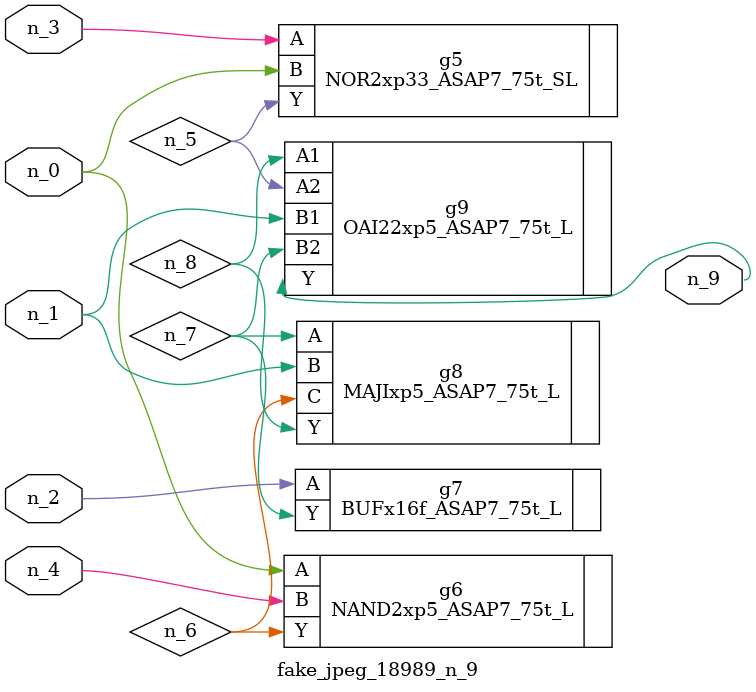
<source format=v>
module fake_jpeg_18989_n_9 (n_3, n_2, n_1, n_0, n_4, n_9);

input n_3;
input n_2;
input n_1;
input n_0;
input n_4;

output n_9;

wire n_8;
wire n_6;
wire n_5;
wire n_7;

NOR2xp33_ASAP7_75t_SL g5 ( 
.A(n_3),
.B(n_0),
.Y(n_5)
);

NAND2xp5_ASAP7_75t_L g6 ( 
.A(n_0),
.B(n_4),
.Y(n_6)
);

BUFx16f_ASAP7_75t_L g7 ( 
.A(n_2),
.Y(n_7)
);

MAJIxp5_ASAP7_75t_L g8 ( 
.A(n_7),
.B(n_1),
.C(n_6),
.Y(n_8)
);

OAI22xp5_ASAP7_75t_L g9 ( 
.A1(n_8),
.A2(n_5),
.B1(n_1),
.B2(n_7),
.Y(n_9)
);


endmodule
</source>
